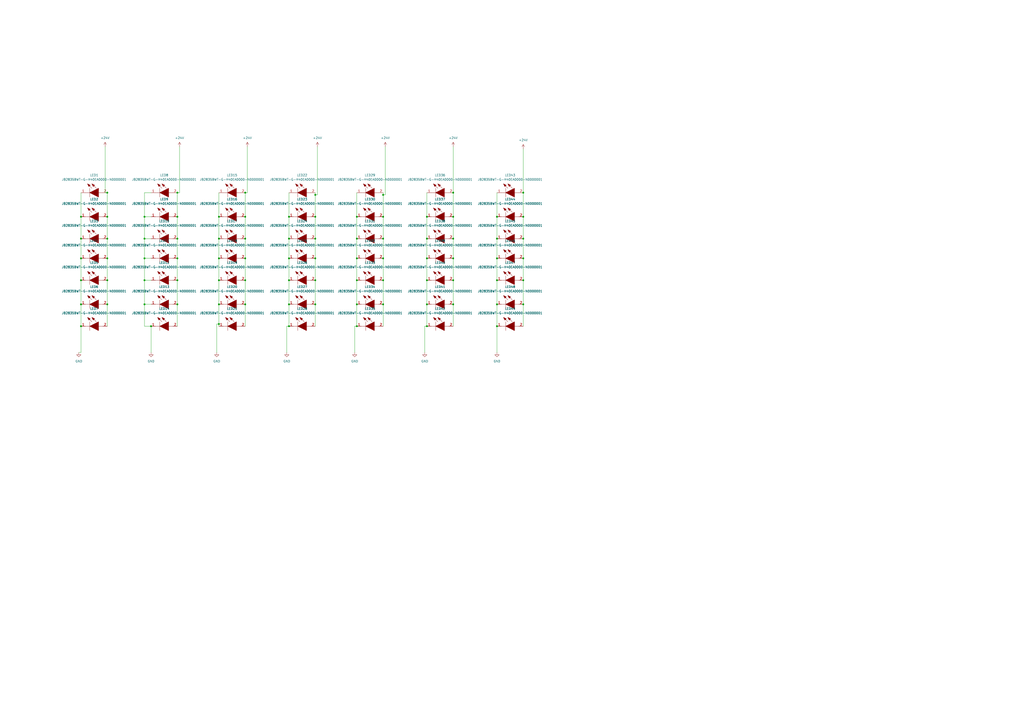
<source format=kicad_sch>
(kicad_sch (version 20211123) (generator eeschema)
  (paper "A2")
  (junction (at 46.99 125.73))
  (junction (at 247.65 138.43))
  (junction (at 182.88 176.53))
  (junction (at 288.29 176.53))
  (junction (at 207.01 149.86))
  (junction (at 207.01 138.43))
  (junction (at 127 162.56))
  (junction (at 182.88 113.03))
  (junction (at 247.65 162.56))
  (junction (at 142.24 111.76))
  (junction (at 182.88 149.86))
  (junction (at 207.01 176.53))
  (junction (at 247.65 189.23))
  (junction (at 102.87 125.73))
  (junction (at 182.88 162.56))
  (junction (at 83.82 138.43))
  (junction (at 247.65 176.53))
  (junction (at 142.24 138.43))
  (junction (at 303.53 149.86))
  (junction (at 142.24 149.86))
  (junction (at 127 149.86))
  (junction (at 222.25 162.56))
  (junction (at 207.01 189.23))
  (junction (at 142.24 162.56))
  (junction (at 288.29 149.86))
  (junction (at 262.89 149.86))
  (junction (at 182.88 138.43))
  (junction (at 247.65 149.86))
  (junction (at 62.23 138.43))
  (junction (at 46.99 162.56))
  (junction (at 222.25 149.86))
  (junction (at 262.89 138.43))
  (junction (at 102.87 111.76))
  (junction (at 303.53 111.76))
  (junction (at 167.64 176.53))
  (junction (at 127 176.53))
  (junction (at 303.53 176.53))
  (junction (at 167.64 149.86))
  (junction (at 262.89 162.56))
  (junction (at 288.29 162.56))
  (junction (at 167.64 162.56))
  (junction (at 127 138.43))
  (junction (at 83.82 125.73))
  (junction (at 262.89 111.76))
  (junction (at 167.64 138.43))
  (junction (at 288.29 138.43))
  (junction (at 46.99 138.43))
  (junction (at 83.82 149.86))
  (junction (at 167.64 125.73))
  (junction (at 207.01 125.73))
  (junction (at 62.23 149.86))
  (junction (at 207.01 162.56))
  (junction (at 62.23 125.73))
  (junction (at 46.99 176.53))
  (junction (at 262.89 176.53))
  (junction (at 247.65 125.73))
  (junction (at 303.53 125.73))
  (junction (at 62.23 162.56))
  (junction (at 182.88 125.73))
  (junction (at 127 187.96))
  (junction (at 222.25 125.73))
  (junction (at 142.24 125.73))
  (junction (at 102.87 138.43))
  (junction (at 46.99 189.23))
  (junction (at 288.29 125.73))
  (junction (at 222.25 176.53))
  (junction (at 222.25 138.43))
  (junction (at 303.53 162.56))
  (junction (at 288.29 189.23))
  (junction (at 102.87 149.86))
  (junction (at 46.99 149.86))
  (junction (at 87.63 189.23))
  (junction (at 62.23 176.53))
  (junction (at 83.82 176.53))
  (junction (at 62.23 111.76))
  (junction (at 102.87 162.56))
  (junction (at 142.24 176.53))
  (junction (at 167.64 189.23))
  (junction (at 83.82 162.56))
  (junction (at 303.53 138.43))
  (junction (at 102.87 176.53))
  (junction (at 127 125.73))
  (junction (at 262.89 125.73))
  (junction (at 222.25 113.03))
  (wire (pts (xy 104.14 111.76) (xy 102.87 111.76)))
  (wire (pts (xy 83.82 162.56) (xy 87.63 162.56)))
  (wire (pts (xy 142.24 162.56) (xy 142.24 176.53)))
  (wire (pts (xy 167.64 189.23) (xy 166.37 189.23)))
  (wire (pts (xy 167.64 176.53) (xy 167.64 189.23)))
  (wire (pts (xy 127 138.43) (xy 127 149.86)))
  (wire (pts (xy 182.88 111.76) (xy 182.88 113.03)))
  (wire (pts (xy 247.65 149.86) (xy 247.65 162.56)))
  (wire (pts (xy 102.87 125.73) (xy 102.87 138.43)))
  (wire (pts (xy 83.82 111.76) (xy 87.63 111.76)))
  (wire (pts (xy 62.23 149.86) (xy 62.23 162.56)))
  (wire (pts (xy 223.52 113.03) (xy 222.25 113.03)))
  (wire (pts (xy 262.89 162.56) (xy 262.89 176.53)))
  (wire (pts (xy 127 187.96) (xy 125.73 187.96)))
  (wire (pts (xy 83.82 138.43) (xy 87.63 138.43)))
  (wire (pts (xy 102.87 138.43) (xy 102.87 149.86)))
  (wire (pts (xy 127 187.96) (xy 127 189.23)))
  (wire (pts (xy 102.87 176.53) (xy 102.87 189.23)))
  (wire (pts (xy 45.72 204.47) (xy 46.99 204.47)))
  (wire (pts (xy 288.29 176.53) (xy 288.29 189.23)))
  (wire (pts (xy 207.01 125.73) (xy 207.01 138.43)))
  (wire (pts (xy 167.64 111.76) (xy 167.64 125.73)))
  (wire (pts (xy 46.99 162.56) (xy 46.99 176.53)))
  (wire (pts (xy 83.82 176.53) (xy 87.63 176.53)))
  (wire (pts (xy 167.64 138.43) (xy 167.64 149.86)))
  (wire (pts (xy 222.25 113.03) (xy 222.25 125.73)))
  (wire (pts (xy 222.25 125.73) (xy 222.25 138.43)))
  (wire (pts (xy 143.51 85.09) (xy 143.51 111.76)))
  (wire (pts (xy 62.23 111.76) (xy 62.23 125.73)))
  (wire (pts (xy 87.63 189.23) (xy 87.63 204.47)))
  (wire (pts (xy 222.25 176.53) (xy 222.25 189.23)))
  (wire (pts (xy 127 149.86) (xy 127 162.56)))
  (wire (pts (xy 62.23 162.56) (xy 62.23 176.53)))
  (wire (pts (xy 207.01 162.56) (xy 207.01 176.53)))
  (wire (pts (xy 182.88 162.56) (xy 182.88 176.53)))
  (wire (pts (xy 182.88 113.03) (xy 182.88 125.73)))
  (wire (pts (xy 182.88 125.73) (xy 182.88 138.43)))
  (wire (pts (xy 262.89 176.53) (xy 262.89 189.23)))
  (wire (pts (xy 102.87 162.56) (xy 102.87 176.53)))
  (wire (pts (xy 207.01 138.43) (xy 207.01 149.86)))
  (wire (pts (xy 127 162.56) (xy 127 176.53)))
  (wire (pts (xy 288.29 149.86) (xy 288.29 162.56)))
  (wire (pts (xy 288.29 138.43) (xy 288.29 149.86)))
  (wire (pts (xy 142.24 111.76) (xy 142.24 125.73)))
  (wire (pts (xy 288.29 162.56) (xy 288.29 176.53)))
  (wire (pts (xy 62.23 125.73) (xy 62.23 138.43)))
  (wire (pts (xy 246.38 189.23) (xy 246.38 204.47)))
  (wire (pts (xy 207.01 111.76) (xy 207.01 125.73)))
  (wire (pts (xy 222.25 138.43) (xy 222.25 149.86)))
  (wire (pts (xy 182.88 176.53) (xy 182.88 189.23)))
  (wire (pts (xy 207.01 189.23) (xy 205.74 189.23)))
  (wire (pts (xy 207.01 176.53) (xy 207.01 189.23)))
  (wire (pts (xy 142.24 176.53) (xy 142.24 189.23)))
  (wire (pts (xy 262.89 125.73) (xy 262.89 138.43)))
  (wire (pts (xy 288.29 111.76) (xy 288.29 125.73)))
  (wire (pts (xy 83.82 138.43) (xy 83.82 149.86)))
  (wire (pts (xy 184.15 85.09) (xy 184.15 113.03)))
  (wire (pts (xy 222.25 162.56) (xy 222.25 176.53)))
  (wire (pts (xy 102.87 149.86) (xy 102.87 162.56)))
  (wire (pts (xy 247.65 189.23) (xy 246.38 189.23)))
  (wire (pts (xy 127 176.53) (xy 127 187.96)))
  (wire (pts (xy 46.99 111.76) (xy 46.99 125.73)))
  (wire (pts (xy 83.82 125.73) (xy 87.63 125.73)))
  (wire (pts (xy 247.65 111.76) (xy 247.65 125.73)))
  (wire (pts (xy 222.25 111.76) (xy 222.25 113.03)))
  (wire (pts (xy 167.64 149.86) (xy 167.64 162.56)))
  (wire (pts (xy 207.01 149.86) (xy 207.01 162.56)))
  (wire (pts (xy 288.29 125.73) (xy 288.29 138.43)))
  (wire (pts (xy 303.53 125.73) (xy 303.53 138.43)))
  (wire (pts (xy 83.82 162.56) (xy 83.82 176.53)))
  (wire (pts (xy 62.23 138.43) (xy 62.23 149.86)))
  (wire (pts (xy 46.99 125.73) (xy 46.99 138.43)))
  (wire (pts (xy 303.53 86.36) (xy 303.53 111.76)))
  (wire (pts (xy 303.53 176.53) (xy 303.53 189.23)))
  (wire (pts (xy 125.73 187.96) (xy 125.73 204.47)))
  (wire (pts (xy 247.65 176.53) (xy 247.65 189.23)))
  (wire (pts (xy 288.29 189.23) (xy 288.29 204.47)))
  (wire (pts (xy 142.24 125.73) (xy 142.24 138.43)))
  (wire (pts (xy 142.24 138.43) (xy 142.24 149.86)))
  (wire (pts (xy 46.99 189.23) (xy 46.99 204.47)))
  (wire (pts (xy 262.89 149.86) (xy 262.89 162.56)))
  (wire (pts (xy 60.96 111.76) (xy 62.23 111.76)))
  (wire (pts (xy 223.52 85.09) (xy 223.52 113.03)))
  (wire (pts (xy 127 111.76) (xy 127 125.73)))
  (wire (pts (xy 167.64 162.56) (xy 167.64 176.53)))
  (wire (pts (xy 142.24 149.86) (xy 142.24 162.56)))
  (wire (pts (xy 262.89 85.09) (xy 262.89 111.76)))
  (wire (pts (xy 46.99 138.43) (xy 46.99 149.86)))
  (wire (pts (xy 303.53 111.76) (xy 303.53 125.73)))
  (wire (pts (xy 247.65 138.43) (xy 247.65 149.86)))
  (wire (pts (xy 104.14 85.09) (xy 104.14 111.76)))
  (wire (pts (xy 222.25 149.86) (xy 222.25 162.56)))
  (wire (pts (xy 166.37 189.23) (xy 166.37 204.47)))
  (wire (pts (xy 182.88 138.43) (xy 182.88 149.86)))
  (wire (pts (xy 247.65 162.56) (xy 247.65 176.53)))
  (wire (pts (xy 303.53 138.43) (xy 303.53 149.86)))
  (wire (pts (xy 62.23 176.53) (xy 62.23 189.23)))
  (wire (pts (xy 247.65 125.73) (xy 247.65 138.43)))
  (wire (pts (xy 182.88 149.86) (xy 182.88 162.56)))
  (wire (pts (xy 303.53 149.86) (xy 303.53 162.56)))
  (wire (pts (xy 83.82 189.23) (xy 87.63 189.23)))
  (wire (pts (xy 83.82 125.73) (xy 83.82 138.43)))
  (wire (pts (xy 262.89 138.43) (xy 262.89 149.86)))
  (wire (pts (xy 167.64 125.73) (xy 167.64 138.43)))
  (wire (pts (xy 262.89 111.76) (xy 262.89 125.73)))
  (wire (pts (xy 184.15 113.03) (xy 182.88 113.03)))
  (wire (pts (xy 60.96 85.09) (xy 60.96 111.76)))
  (wire (pts (xy 46.99 176.53) (xy 46.99 189.23)))
  (wire (pts (xy 46.99 149.86) (xy 46.99 162.56)))
  (wire (pts (xy 143.51 111.76) (xy 142.24 111.76)))
  (wire (pts (xy 83.82 149.86) (xy 83.82 162.56)))
  (wire (pts (xy 102.87 111.76) (xy 102.87 125.73)))
  (wire (pts (xy 303.53 162.56) (xy 303.53 176.53)))
  (wire (pts (xy 83.82 176.53) (xy 83.82 189.23)))
  (wire (pts (xy 83.82 149.86) (xy 87.63 149.86)))
  (wire (pts (xy 127 125.73) (xy 127 138.43)))
  (wire (pts (xy 83.82 111.76) (xy 83.82 125.73)))
  (wire (pts (xy 205.74 189.23) (xy 205.74 204.47)))
  (symbol (lib_id "2835 LED SMD:JB2835BWT-G-H40EA0000-N0000001") (at 167.64 162.56 0) (unit 1)
    (property "Reference" "LED26" (at 175.26 152.4 0))
    (property "Value" "JB2835BWT-G-H40EA0000-N0000001" (at 175.26 154.94 0))
    (property "Footprint" "2835-library:JB2835BWTGH40EA0000N0000001" (effects hide))
    (property "Description" "JB2835BWT-G-H40EA0000-N0000001" (effects hide))
    (property "Height" "0.7" (effects hide))
    (property "Manufacturer_Name" "Cree, Inc." (effects hide))
    (property "Manufacturer_Part_Number" "JB2835BWT-G-H40EA0000-N0000001" (effects hide))
    (property "Mouser Part Number" "941-JB2835BWTGH40EAN" (effects hide))
    (property "Mouser Price/Stock" "https://www.mouser.co.uk/ProductDetail/Cree-Inc/JB2835BWT-G-H40EA0000-N0000001?qs=GedFDFLaBXFuqSWl8S6r5A%3D%3D" (effects hide))
    (property "Arrow Part Number" "JB2835BWT-G-H40EA0000-N0000001" (effects hide))
    (property "Arrow Price/Stock" "https://www.arrow.com/en/products/jb2835bwt-g-h40ea0000-n0000001/cree-led?region=nac" (effects hide))
  )
  (symbol (lib_id "2835 LED SMD:JB2835BWT-G-H40EA0000-N0000001") (at 46.99 111.76 0) (unit 1)
    (property "Reference" "LED1" (at 54.61 101.6 0))
    (property "Value" "JB2835BWT-G-H40EA0000-N0000001" (at 54.61 104.14 0))
    (property "Footprint" "2835-library:JB2835BWTGH40EA0000N0000001" (effects hide))
    (property "Description" "JB2835BWT-G-H40EA0000-N0000001" (effects hide))
    (property "Height" "0.7" (effects hide))
    (property "Manufacturer_Name" "Cree, Inc." (effects hide))
    (property "Manufacturer_Part_Number" "JB2835BWT-G-H40EA0000-N0000001" (effects hide))
    (property "Mouser Part Number" "941-JB2835BWTGH40EAN" (effects hide))
    (property "Mouser Price/Stock" "https://www.mouser.co.uk/ProductDetail/Cree-Inc/JB2835BWT-G-H40EA0000-N0000001?qs=GedFDFLaBXFuqSWl8S6r5A%3D%3D" (effects hide))
    (property "Arrow Part Number" "JB2835BWT-G-H40EA0000-N0000001" (effects hide))
    (property "Arrow Price/Stock" "https://www.arrow.com/en/products/jb2835bwt-g-h40ea0000-n0000001/cree-led?region=nac" (effects hide))
  )
  (symbol (lib_id "2835 LED SMD:JB2835BWT-G-H40EA0000-N0000001") (at 247.65 138.43 0) (unit 1)
    (property "Reference" "LED38" (at 255.27 128.27 0))
    (property "Value" "JB2835BWT-G-H40EA0000-N0000001" (at 255.27 130.81 0))
    (property "Footprint" "2835-library:JB2835BWTGH40EA0000N0000001" (effects hide))
    (property "Description" "JB2835BWT-G-H40EA0000-N0000001" (effects hide))
    (property "Height" "0.7" (effects hide))
    (property "Manufacturer_Name" "Cree, Inc." (effects hide))
    (property "Manufacturer_Part_Number" "JB2835BWT-G-H40EA0000-N0000001" (effects hide))
    (property "Mouser Part Number" "941-JB2835BWTGH40EAN" (effects hide))
    (property "Mouser Price/Stock" "https://www.mouser.co.uk/ProductDetail/Cree-Inc/JB2835BWT-G-H40EA0000-N0000001?qs=GedFDFLaBXFuqSWl8S6r5A%3D%3D" (effects hide))
    (property "Arrow Part Number" "JB2835BWT-G-H40EA0000-N0000001" (effects hide))
    (property "Arrow Price/Stock" "https://www.arrow.com/en/products/jb2835bwt-g-h40ea0000-n0000001/cree-led?region=nac" (effects hide))
  )
  (symbol (lib_id "power:+24V") (at 223.52 85.09 0) (unit 1)
    (property "Reference" "#PWR0104" (effects hide))
    (property "Value" "+24V" (at 223.52 80.01 0))
  )
  (symbol (lib_id "2835 LED SMD:JB2835BWT-G-H40EA0000-N0000001") (at 46.99 125.73 0) (unit 1)
    (property "Reference" "LED2" (at 54.61 115.57 0))
    (property "Value" "JB2835BWT-G-H40EA0000-N0000001" (at 54.61 118.11 0))
    (property "Footprint" "2835-library:JB2835BWTGH40EA0000N0000001" (effects hide))
    (property "Description" "JB2835BWT-G-H40EA0000-N0000001" (effects hide))
    (property "Height" "0.7" (effects hide))
    (property "Manufacturer_Name" "Cree, Inc." (effects hide))
    (property "Manufacturer_Part_Number" "JB2835BWT-G-H40EA0000-N0000001" (effects hide))
    (property "Mouser Part Number" "941-JB2835BWTGH40EAN" (effects hide))
    (property "Mouser Price/Stock" "https://www.mouser.co.uk/ProductDetail/Cree-Inc/JB2835BWT-G-H40EA0000-N0000001?qs=GedFDFLaBXFuqSWl8S6r5A%3D%3D" (effects hide))
    (property "Arrow Part Number" "JB2835BWT-G-H40EA0000-N0000001" (effects hide))
    (property "Arrow Price/Stock" "https://www.arrow.com/en/products/jb2835bwt-g-h40ea0000-n0000001/cree-led?region=nac" (effects hide))
  )
  (symbol (lib_id "power:+24V") (at 184.15 85.09 0) (unit 1)
    (property "Reference" "#PWR0101" (effects hide))
    (property "Value" "+24V" (at 184.15 80.01 0))
  )
  (symbol (lib_id "2835 LED SMD:JB2835BWT-G-H40EA0000-N0000001") (at 127 149.86 0) (unit 1)
    (property "Reference" "LED18" (at 134.62 139.7 0))
    (property "Value" "JB2835BWT-G-H40EA0000-N0000001" (at 134.62 142.24 0))
    (property "Footprint" "2835-library:JB2835BWTGH40EA0000N0000001" (effects hide))
    (property "Description" "JB2835BWT-G-H40EA0000-N0000001" (effects hide))
    (property "Height" "0.7" (effects hide))
    (property "Manufacturer_Name" "Cree, Inc." (effects hide))
    (property "Manufacturer_Part_Number" "JB2835BWT-G-H40EA0000-N0000001" (effects hide))
    (property "Mouser Part Number" "941-JB2835BWTGH40EAN" (effects hide))
    (property "Mouser Price/Stock" "https://www.mouser.co.uk/ProductDetail/Cree-Inc/JB2835BWT-G-H40EA0000-N0000001?qs=GedFDFLaBXFuqSWl8S6r5A%3D%3D" (effects hide))
    (property "Arrow Part Number" "JB2835BWT-G-H40EA0000-N0000001" (effects hide))
    (property "Arrow Price/Stock" "https://www.arrow.com/en/products/jb2835bwt-g-h40ea0000-n0000001/cree-led?region=nac" (effects hide))
  )
  (symbol (lib_id "2835 LED SMD:JB2835BWT-G-H40EA0000-N0000001") (at 207.01 149.86 0) (unit 1)
    (property "Reference" "LED32" (at 214.63 139.7 0))
    (property "Value" "JB2835BWT-G-H40EA0000-N0000001" (at 214.63 142.24 0))
    (property "Footprint" "2835-library:JB2835BWTGH40EA0000N0000001" (effects hide))
    (property "Description" "JB2835BWT-G-H40EA0000-N0000001" (effects hide))
    (property "Height" "0.7" (effects hide))
    (property "Manufacturer_Name" "Cree, Inc." (effects hide))
    (property "Manufacturer_Part_Number" "JB2835BWT-G-H40EA0000-N0000001" (effects hide))
    (property "Mouser Part Number" "941-JB2835BWTGH40EAN" (effects hide))
    (property "Mouser Price/Stock" "https://www.mouser.co.uk/ProductDetail/Cree-Inc/JB2835BWT-G-H40EA0000-N0000001?qs=GedFDFLaBXFuqSWl8S6r5A%3D%3D" (effects hide))
    (property "Arrow Part Number" "JB2835BWT-G-H40EA0000-N0000001" (effects hide))
    (property "Arrow Price/Stock" "https://www.arrow.com/en/products/jb2835bwt-g-h40ea0000-n0000001/cree-led?region=nac" (effects hide))
  )
  (symbol (lib_id "2835 LED SMD:JB2835BWT-G-H40EA0000-N0000001") (at 87.63 125.73 0) (unit 1)
    (property "Reference" "LED9" (at 95.25 115.57 0))
    (property "Value" "JB2835BWT-G-H40EA0000-N0000001" (at 95.25 118.11 0))
    (property "Footprint" "2835-library:JB2835BWTGH40EA0000N0000001" (effects hide))
    (property "Description" "JB2835BWT-G-H40EA0000-N0000001" (effects hide))
    (property "Height" "0.7" (effects hide))
    (property "Manufacturer_Name" "Cree, Inc." (effects hide))
    (property "Manufacturer_Part_Number" "JB2835BWT-G-H40EA0000-N0000001" (effects hide))
    (property "Mouser Part Number" "941-JB2835BWTGH40EAN" (effects hide))
    (property "Mouser Price/Stock" "https://www.mouser.co.uk/ProductDetail/Cree-Inc/JB2835BWT-G-H40EA0000-N0000001?qs=GedFDFLaBXFuqSWl8S6r5A%3D%3D" (effects hide))
    (property "Arrow Part Number" "JB2835BWT-G-H40EA0000-N0000001" (effects hide))
    (property "Arrow Price/Stock" "https://www.arrow.com/en/products/jb2835bwt-g-h40ea0000-n0000001/cree-led?region=nac" (effects hide))
  )
  (symbol (lib_id "2835 LED SMD:JB2835BWT-G-H40EA0000-N0000001") (at 288.29 138.43 0) (unit 1)
    (property "Reference" "LED45" (at 295.91 128.27 0))
    (property "Value" "JB2835BWT-G-H40EA0000-N0000001" (at 295.91 130.81 0))
    (property "Footprint" "2835-library:JB2835BWTGH40EA0000N0000001" (effects hide))
    (property "Description" "JB2835BWT-G-H40EA0000-N0000001" (effects hide))
    (property "Height" "0.7" (effects hide))
    (property "Manufacturer_Name" "Cree, Inc." (effects hide))
    (property "Manufacturer_Part_Number" "JB2835BWT-G-H40EA0000-N0000001" (effects hide))
    (property "Mouser Part Number" "941-JB2835BWTGH40EAN" (effects hide))
    (property "Mouser Price/Stock" "https://www.mouser.co.uk/ProductDetail/Cree-Inc/JB2835BWT-G-H40EA0000-N0000001?qs=GedFDFLaBXFuqSWl8S6r5A%3D%3D" (effects hide))
    (property "Arrow Part Number" "JB2835BWT-G-H40EA0000-N0000001" (effects hide))
    (property "Arrow Price/Stock" "https://www.arrow.com/en/products/jb2835bwt-g-h40ea0000-n0000001/cree-led?region=nac" (effects hide))
  )
  (symbol (lib_id "2835 LED SMD:JB2835BWT-G-H40EA0000-N0000001") (at 207.01 125.73 0) (unit 1)
    (property "Reference" "LED30" (at 214.63 115.57 0))
    (property "Value" "JB2835BWT-G-H40EA0000-N0000001" (at 214.63 118.11 0))
    (property "Footprint" "2835-library:JB2835BWTGH40EA0000N0000001" (effects hide))
    (property "Description" "JB2835BWT-G-H40EA0000-N0000001" (effects hide))
    (property "Height" "0.7" (effects hide))
    (property "Manufacturer_Name" "Cree, Inc." (effects hide))
    (property "Manufacturer_Part_Number" "JB2835BWT-G-H40EA0000-N0000001" (effects hide))
    (property "Mouser Part Number" "941-JB2835BWTGH40EAN" (effects hide))
    (property "Mouser Price/Stock" "https://www.mouser.co.uk/ProductDetail/Cree-Inc/JB2835BWT-G-H40EA0000-N0000001?qs=GedFDFLaBXFuqSWl8S6r5A%3D%3D" (effects hide))
    (property "Arrow Part Number" "JB2835BWT-G-H40EA0000-N0000001" (effects hide))
    (property "Arrow Price/Stock" "https://www.arrow.com/en/products/jb2835bwt-g-h40ea0000-n0000001/cree-led?region=nac" (effects hide))
  )
  (symbol (lib_id "2835 LED SMD:JB2835BWT-G-H40EA0000-N0000001") (at 87.63 189.23 0) (unit 1)
    (property "Reference" "LED14" (at 95.25 179.07 0))
    (property "Value" "JB2835BWT-G-H40EA0000-N0000001" (at 95.25 181.61 0))
    (property "Footprint" "2835-library:JB2835BWTGH40EA0000N0000001" (effects hide))
    (property "Description" "JB2835BWT-G-H40EA0000-N0000001" (effects hide))
    (property "Height" "0.7" (effects hide))
    (property "Manufacturer_Name" "Cree, Inc." (effects hide))
    (property "Manufacturer_Part_Number" "JB2835BWT-G-H40EA0000-N0000001" (effects hide))
    (property "Mouser Part Number" "941-JB2835BWTGH40EAN" (effects hide))
    (property "Mouser Price/Stock" "https://www.mouser.co.uk/ProductDetail/Cree-Inc/JB2835BWT-G-H40EA0000-N0000001?qs=GedFDFLaBXFuqSWl8S6r5A%3D%3D" (effects hide))
    (property "Arrow Part Number" "JB2835BWT-G-H40EA0000-N0000001" (effects hide))
    (property "Arrow Price/Stock" "https://www.arrow.com/en/products/jb2835bwt-g-h40ea0000-n0000001/cree-led?region=nac" (effects hide))
  )
  (symbol (lib_id "2835 LED SMD:JB2835BWT-G-H40EA0000-N0000001") (at 288.29 189.23 0) (unit 1)
    (property "Reference" "LED49" (at 295.91 179.07 0))
    (property "Value" "JB2835BWT-G-H40EA0000-N0000001" (at 295.91 181.61 0))
    (property "Footprint" "2835-library:JB2835BWTGH40EA0000N0000001" (effects hide))
    (property "Description" "JB2835BWT-G-H40EA0000-N0000001" (effects hide))
    (property "Height" "0.7" (effects hide))
    (property "Manufacturer_Name" "Cree, Inc." (effects hide))
    (property "Manufacturer_Part_Number" "JB2835BWT-G-H40EA0000-N0000001" (effects hide))
    (property "Mouser Part Number" "941-JB2835BWTGH40EAN" (effects hide))
    (property "Mouser Price/Stock" "https://www.mouser.co.uk/ProductDetail/Cree-Inc/JB2835BWT-G-H40EA0000-N0000001?qs=GedFDFLaBXFuqSWl8S6r5A%3D%3D" (effects hide))
    (property "Arrow Part Number" "JB2835BWT-G-H40EA0000-N0000001" (effects hide))
    (property "Arrow Price/Stock" "https://www.arrow.com/en/products/jb2835bwt-g-h40ea0000-n0000001/cree-led?region=nac" (effects hide))
  )
  (symbol (lib_id "2835 LED SMD:JB2835BWT-G-H40EA0000-N0000001") (at 87.63 162.56 0) (unit 1)
    (property "Reference" "LED12" (at 95.25 152.4 0))
    (property "Value" "JB2835BWT-G-H40EA0000-N0000001" (at 95.25 154.94 0))
    (property "Footprint" "2835-library:JB2835BWTGH40EA0000N0000001" (effects hide))
    (property "Description" "JB2835BWT-G-H40EA0000-N0000001" (effects hide))
    (property "Height" "0.7" (effects hide))
    (property "Manufacturer_Name" "Cree, Inc." (effects hide))
    (property "Manufacturer_Part_Number" "JB2835BWT-G-H40EA0000-N0000001" (effects hide))
    (property "Mouser Part Number" "941-JB2835BWTGH40EAN" (effects hide))
    (property "Mouser Price/Stock" "https://www.mouser.co.uk/ProductDetail/Cree-Inc/JB2835BWT-G-H40EA0000-N0000001?qs=GedFDFLaBXFuqSWl8S6r5A%3D%3D" (effects hide))
    (property "Arrow Part Number" "JB2835BWT-G-H40EA0000-N0000001" (effects hide))
    (property "Arrow Price/Stock" "https://www.arrow.com/en/products/jb2835bwt-g-h40ea0000-n0000001/cree-led?region=nac" (effects hide))
  )
  (symbol (lib_id "2835 LED SMD:JB2835BWT-G-H40EA0000-N0000001") (at 127 176.53 0) (unit 1)
    (property "Reference" "LED20" (at 134.62 166.37 0))
    (property "Value" "JB2835BWT-G-H40EA0000-N0000001" (at 134.62 168.91 0))
    (property "Footprint" "2835-library:JB2835BWTGH40EA0000N0000001" (effects hide))
    (property "Description" "JB2835BWT-G-H40EA0000-N0000001" (effects hide))
    (property "Height" "0.7" (effects hide))
    (property "Manufacturer_Name" "Cree, Inc." (effects hide))
    (property "Manufacturer_Part_Number" "JB2835BWT-G-H40EA0000-N0000001" (effects hide))
    (property "Mouser Part Number" "941-JB2835BWTGH40EAN" (effects hide))
    (property "Mouser Price/Stock" "https://www.mouser.co.uk/ProductDetail/Cree-Inc/JB2835BWT-G-H40EA0000-N0000001?qs=GedFDFLaBXFuqSWl8S6r5A%3D%3D" (effects hide))
    (property "Arrow Part Number" "JB2835BWT-G-H40EA0000-N0000001" (effects hide))
    (property "Arrow Price/Stock" "https://www.arrow.com/en/products/jb2835bwt-g-h40ea0000-n0000001/cree-led?region=nac" (effects hide))
  )
  (symbol (lib_id "2835 LED SMD:JB2835BWT-G-H40EA0000-N0000001") (at 207.01 189.23 0) (unit 1)
    (property "Reference" "LED35" (at 214.63 179.07 0))
    (property "Value" "JB2835BWT-G-H40EA0000-N0000001" (at 214.63 181.61 0))
    (property "Footprint" "2835-library:JB2835BWTGH40EA0000N0000001" (effects hide))
    (property "Description" "JB2835BWT-G-H40EA0000-N0000001" (effects hide))
    (property "Height" "0.7" (effects hide))
    (property "Manufacturer_Name" "Cree, Inc." (effects hide))
    (property "Manufacturer_Part_Number" "JB2835BWT-G-H40EA0000-N0000001" (effects hide))
    (property "Mouser Part Number" "941-JB2835BWTGH40EAN" (effects hide))
    (property "Mouser Price/Stock" "https://www.mouser.co.uk/ProductDetail/Cree-Inc/JB2835BWT-G-H40EA0000-N0000001?qs=GedFDFLaBXFuqSWl8S6r5A%3D%3D" (effects hide))
    (property "Arrow Part Number" "JB2835BWT-G-H40EA0000-N0000001" (effects hide))
    (property "Arrow Price/Stock" "https://www.arrow.com/en/products/jb2835bwt-g-h40ea0000-n0000001/cree-led?region=nac" (effects hide))
  )
  (symbol (lib_id "2835 LED SMD:JB2835BWT-G-H40EA0000-N0000001") (at 46.99 162.56 0) (unit 1)
    (property "Reference" "LED5" (at 54.61 152.4 0))
    (property "Value" "JB2835BWT-G-H40EA0000-N0000001" (at 54.61 154.94 0))
    (property "Footprint" "2835-library:JB2835BWTGH40EA0000N0000001" (effects hide))
    (property "Description" "JB2835BWT-G-H40EA0000-N0000001" (effects hide))
    (property "Height" "0.7" (effects hide))
    (property "Manufacturer_Name" "Cree, Inc." (effects hide))
    (property "Manufacturer_Part_Number" "JB2835BWT-G-H40EA0000-N0000001" (effects hide))
    (property "Mouser Part Number" "941-JB2835BWTGH40EAN" (effects hide))
    (property "Mouser Price/Stock" "https://www.mouser.co.uk/ProductDetail/Cree-Inc/JB2835BWT-G-H40EA0000-N0000001?qs=GedFDFLaBXFuqSWl8S6r5A%3D%3D" (effects hide))
    (property "Arrow Part Number" "JB2835BWT-G-H40EA0000-N0000001" (effects hide))
    (property "Arrow Price/Stock" "https://www.arrow.com/en/products/jb2835bwt-g-h40ea0000-n0000001/cree-led?region=nac" (effects hide))
  )
  (symbol (lib_id "2835 LED SMD:JB2835BWT-G-H40EA0000-N0000001") (at 167.64 138.43 0) (unit 1)
    (property "Reference" "LED24" (at 175.26 128.27 0))
    (property "Value" "JB2835BWT-G-H40EA0000-N0000001" (at 175.26 130.81 0))
    (property "Footprint" "2835-library:JB2835BWTGH40EA0000N0000001" (effects hide))
    (property "Description" "JB2835BWT-G-H40EA0000-N0000001" (effects hide))
    (property "Height" "0.7" (effects hide))
    (property "Manufacturer_Name" "Cree, Inc." (effects hide))
    (property "Manufacturer_Part_Number" "JB2835BWT-G-H40EA0000-N0000001" (effects hide))
    (property "Mouser Part Number" "941-JB2835BWTGH40EAN" (effects hide))
    (property "Mouser Price/Stock" "https://www.mouser.co.uk/ProductDetail/Cree-Inc/JB2835BWT-G-H40EA0000-N0000001?qs=GedFDFLaBXFuqSWl8S6r5A%3D%3D" (effects hide))
    (property "Arrow Part Number" "JB2835BWT-G-H40EA0000-N0000001" (effects hide))
    (property "Arrow Price/Stock" "https://www.arrow.com/en/products/jb2835bwt-g-h40ea0000-n0000001/cree-led?region=nac" (effects hide))
  )
  (symbol (lib_id "2835 LED SMD:JB2835BWT-G-H40EA0000-N0000001") (at 127 125.73 0) (unit 1)
    (property "Reference" "LED16" (at 134.62 115.57 0))
    (property "Value" "JB2835BWT-G-H40EA0000-N0000001" (at 134.62 118.11 0))
    (property "Footprint" "2835-library:JB2835BWTGH40EA0000N0000001" (effects hide))
    (property "Description" "JB2835BWT-G-H40EA0000-N0000001" (effects hide))
    (property "Height" "0.7" (effects hide))
    (property "Manufacturer_Name" "Cree, Inc." (effects hide))
    (property "Manufacturer_Part_Number" "JB2835BWT-G-H40EA0000-N0000001" (effects hide))
    (property "Mouser Part Number" "941-JB2835BWTGH40EAN" (effects hide))
    (property "Mouser Price/Stock" "https://www.mouser.co.uk/ProductDetail/Cree-Inc/JB2835BWT-G-H40EA0000-N0000001?qs=GedFDFLaBXFuqSWl8S6r5A%3D%3D" (effects hide))
    (property "Arrow Part Number" "JB2835BWT-G-H40EA0000-N0000001" (effects hide))
    (property "Arrow Price/Stock" "https://www.arrow.com/en/products/jb2835bwt-g-h40ea0000-n0000001/cree-led?region=nac" (effects hide))
  )
  (symbol (lib_id "2835 LED SMD:JB2835BWT-G-H40EA0000-N0000001") (at 167.64 149.86 0) (unit 1)
    (property "Reference" "LED25" (at 175.26 139.7 0))
    (property "Value" "JB2835BWT-G-H40EA0000-N0000001" (at 175.26 142.24 0))
    (property "Footprint" "2835-library:JB2835BWTGH40EA0000N0000001" (effects hide))
    (property "Description" "JB2835BWT-G-H40EA0000-N0000001" (effects hide))
    (property "Height" "0.7" (effects hide))
    (property "Manufacturer_Name" "Cree, Inc." (effects hide))
    (property "Manufacturer_Part_Number" "JB2835BWT-G-H40EA0000-N0000001" (effects hide))
    (property "Mouser Part Number" "941-JB2835BWTGH40EAN" (effects hide))
    (property "Mouser Price/Stock" "https://www.mouser.co.uk/ProductDetail/Cree-Inc/JB2835BWT-G-H40EA0000-N0000001?qs=GedFDFLaBXFuqSWl8S6r5A%3D%3D" (effects hide))
    (property "Arrow Part Number" "JB2835BWT-G-H40EA0000-N0000001" (effects hide))
    (property "Arrow Price/Stock" "https://www.arrow.com/en/products/jb2835bwt-g-h40ea0000-n0000001/cree-led?region=nac" (effects hide))
  )
  (symbol (lib_id "2835 LED SMD:JB2835BWT-G-H40EA0000-N0000001") (at 46.99 176.53 0) (unit 1)
    (property "Reference" "LED6" (at 54.61 166.37 0))
    (property "Value" "JB2835BWT-G-H40EA0000-N0000001" (at 54.61 168.91 0))
    (property "Footprint" "2835-library:JB2835BWTGH40EA0000N0000001" (effects hide))
    (property "Description" "JB2835BWT-G-H40EA0000-N0000001" (effects hide))
    (property "Height" "0.7" (effects hide))
    (property "Manufacturer_Name" "Cree, Inc." (effects hide))
    (property "Manufacturer_Part_Number" "JB2835BWT-G-H40EA0000-N0000001" (effects hide))
    (property "Mouser Part Number" "941-JB2835BWTGH40EAN" (effects hide))
    (property "Mouser Price/Stock" "https://www.mouser.co.uk/ProductDetail/Cree-Inc/JB2835BWT-G-H40EA0000-N0000001?qs=GedFDFLaBXFuqSWl8S6r5A%3D%3D" (effects hide))
    (property "Arrow Part Number" "JB2835BWT-G-H40EA0000-N0000001" (effects hide))
    (property "Arrow Price/Stock" "https://www.arrow.com/en/products/jb2835bwt-g-h40ea0000-n0000001/cree-led?region=nac" (effects hide))
  )
  (symbol (lib_id "2835 LED SMD:JB2835BWT-G-H40EA0000-N0000001") (at 247.65 111.76 0) (unit 1)
    (property "Reference" "LED36" (at 255.27 101.6 0))
    (property "Value" "JB2835BWT-G-H40EA0000-N0000001" (at 255.27 104.14 0))
    (property "Footprint" "2835-library:JB2835BWTGH40EA0000N0000001" (effects hide))
    (property "Description" "JB2835BWT-G-H40EA0000-N0000001" (effects hide))
    (property "Height" "0.7" (effects hide))
    (property "Manufacturer_Name" "Cree, Inc." (effects hide))
    (property "Manufacturer_Part_Number" "JB2835BWT-G-H40EA0000-N0000001" (effects hide))
    (property "Mouser Part Number" "941-JB2835BWTGH40EAN" (effects hide))
    (property "Mouser Price/Stock" "https://www.mouser.co.uk/ProductDetail/Cree-Inc/JB2835BWT-G-H40EA0000-N0000001?qs=GedFDFLaBXFuqSWl8S6r5A%3D%3D" (effects hide))
    (property "Arrow Part Number" "JB2835BWT-G-H40EA0000-N0000001" (effects hide))
    (property "Arrow Price/Stock" "https://www.arrow.com/en/products/jb2835bwt-g-h40ea0000-n0000001/cree-led?region=nac" (effects hide))
  )
  (symbol (lib_id "2835 LED SMD:JB2835BWT-G-H40EA0000-N0000001") (at 167.64 125.73 0) (unit 1)
    (property "Reference" "LED23" (at 175.26 115.57 0))
    (property "Value" "JB2835BWT-G-H40EA0000-N0000001" (at 175.26 118.11 0))
    (property "Footprint" "2835-library:JB2835BWTGH40EA0000N0000001" (effects hide))
    (property "Description" "JB2835BWT-G-H40EA0000-N0000001" (effects hide))
    (property "Height" "0.7" (effects hide))
    (property "Manufacturer_Name" "Cree, Inc." (effects hide))
    (property "Manufacturer_Part_Number" "JB2835BWT-G-H40EA0000-N0000001" (effects hide))
    (property "Mouser Part Number" "941-JB2835BWTGH40EAN" (effects hide))
    (property "Mouser Price/Stock" "https://www.mouser.co.uk/ProductDetail/Cree-Inc/JB2835BWT-G-H40EA0000-N0000001?qs=GedFDFLaBXFuqSWl8S6r5A%3D%3D" (effects hide))
    (property "Arrow Part Number" "JB2835BWT-G-H40EA0000-N0000001" (effects hide))
    (property "Arrow Price/Stock" "https://www.arrow.com/en/products/jb2835bwt-g-h40ea0000-n0000001/cree-led?region=nac" (effects hide))
  )
  (symbol (lib_id "2835 LED SMD:JB2835BWT-G-H40EA0000-N0000001") (at 87.63 111.76 0) (unit 1)
    (property "Reference" "LED8" (at 95.25 101.6 0))
    (property "Value" "JB2835BWT-G-H40EA0000-N0000001" (at 95.25 104.14 0))
    (property "Footprint" "2835-library:JB2835BWTGH40EA0000N0000001" (effects hide))
    (property "Description" "JB2835BWT-G-H40EA0000-N0000001" (effects hide))
    (property "Height" "0.7" (effects hide))
    (property "Manufacturer_Name" "Cree, Inc." (effects hide))
    (property "Manufacturer_Part_Number" "JB2835BWT-G-H40EA0000-N0000001" (effects hide))
    (property "Mouser Part Number" "941-JB2835BWTGH40EAN" (effects hide))
    (property "Mouser Price/Stock" "https://www.mouser.co.uk/ProductDetail/Cree-Inc/JB2835BWT-G-H40EA0000-N0000001?qs=GedFDFLaBXFuqSWl8S6r5A%3D%3D" (effects hide))
    (property "Arrow Part Number" "JB2835BWT-G-H40EA0000-N0000001" (effects hide))
    (property "Arrow Price/Stock" "https://www.arrow.com/en/products/jb2835bwt-g-h40ea0000-n0000001/cree-led?region=nac" (effects hide))
  )
  (symbol (lib_id "2835 LED SMD:JB2835BWT-G-H40EA0000-N0000001") (at 167.64 111.76 0) (unit 1)
    (property "Reference" "LED22" (at 175.26 101.6 0))
    (property "Value" "JB2835BWT-G-H40EA0000-N0000001" (at 175.26 104.14 0))
    (property "Footprint" "2835-library:JB2835BWTGH40EA0000N0000001" (effects hide))
    (property "Description" "JB2835BWT-G-H40EA0000-N0000001" (effects hide))
    (property "Height" "0.7" (effects hide))
    (property "Manufacturer_Name" "Cree, Inc." (effects hide))
    (property "Manufacturer_Part_Number" "JB2835BWT-G-H40EA0000-N0000001" (effects hide))
    (property "Mouser Part Number" "941-JB2835BWTGH40EAN" (effects hide))
    (property "Mouser Price/Stock" "https://www.mouser.co.uk/ProductDetail/Cree-Inc/JB2835BWT-G-H40EA0000-N0000001?qs=GedFDFLaBXFuqSWl8S6r5A%3D%3D" (effects hide))
    (property "Arrow Part Number" "JB2835BWT-G-H40EA0000-N0000001" (effects hide))
    (property "Arrow Price/Stock" "https://www.arrow.com/en/products/jb2835bwt-g-h40ea0000-n0000001/cree-led?region=nac" (effects hide))
  )
  (symbol (lib_id "2835 LED SMD:JB2835BWT-G-H40EA0000-N0000001") (at 127 162.56 0) (unit 1)
    (property "Reference" "LED19" (at 134.62 152.4 0))
    (property "Value" "JB2835BWT-G-H40EA0000-N0000001" (at 134.62 154.94 0))
    (property "Footprint" "2835-library:JB2835BWTGH40EA0000N0000001" (effects hide))
    (property "Description" "JB2835BWT-G-H40EA0000-N0000001" (effects hide))
    (property "Height" "0.7" (effects hide))
    (property "Manufacturer_Name" "Cree, Inc." (effects hide))
    (property "Manufacturer_Part_Number" "JB2835BWT-G-H40EA0000-N0000001" (effects hide))
    (property "Mouser Part Number" "941-JB2835BWTGH40EAN" (effects hide))
    (property "Mouser Price/Stock" "https://www.mouser.co.uk/ProductDetail/Cree-Inc/JB2835BWT-G-H40EA0000-N0000001?qs=GedFDFLaBXFuqSWl8S6r5A%3D%3D" (effects hide))
    (property "Arrow Part Number" "JB2835BWT-G-H40EA0000-N0000001" (effects hide))
    (property "Arrow Price/Stock" "https://www.arrow.com/en/products/jb2835bwt-g-h40ea0000-n0000001/cree-led?region=nac" (effects hide))
  )
  (symbol (lib_id "2835 LED SMD:JB2835BWT-G-H40EA0000-N0000001") (at 87.63 138.43 0) (unit 1)
    (property "Reference" "LED10" (at 95.25 128.27 0))
    (property "Value" "JB2835BWT-G-H40EA0000-N0000001" (at 95.25 130.81 0))
    (property "Footprint" "2835-library:JB2835BWTGH40EA0000N0000001" (effects hide))
    (property "Description" "JB2835BWT-G-H40EA0000-N0000001" (effects hide))
    (property "Height" "0.7" (effects hide))
    (property "Manufacturer_Name" "Cree, Inc." (effects hide))
    (property "Manufacturer_Part_Number" "JB2835BWT-G-H40EA0000-N0000001" (effects hide))
    (property "Mouser Part Number" "941-JB2835BWTGH40EAN" (effects hide))
    (property "Mouser Price/Stock" "https://www.mouser.co.uk/ProductDetail/Cree-Inc/JB2835BWT-G-H40EA0000-N0000001?qs=GedFDFLaBXFuqSWl8S6r5A%3D%3D" (effects hide))
    (property "Arrow Part Number" "JB2835BWT-G-H40EA0000-N0000001" (effects hide))
    (property "Arrow Price/Stock" "https://www.arrow.com/en/products/jb2835bwt-g-h40ea0000-n0000001/cree-led?region=nac" (effects hide))
  )
  (symbol (lib_id "power:GND") (at 87.63 204.47 0) (unit 1)
    (property "Reference" "#PWR0106" (effects hide))
    (property "Value" "GND" (at 87.63 209.55 0))
  )
  (symbol (lib_id "power:+24V") (at 262.89 85.09 0) (unit 1)
    (property "Reference" "#PWR0103" (effects hide))
    (property "Value" "+24V" (at 262.89 80.01 0))
  )
  (symbol (lib_id "2835 LED SMD:JB2835BWT-G-H40EA0000-N0000001") (at 127 138.43 0) (unit 1)
    (property "Reference" "LED17" (at 134.62 128.27 0))
    (property "Value" "JB2835BWT-G-H40EA0000-N0000001" (at 134.62 130.81 0))
    (property "Footprint" "2835-library:JB2835BWTGH40EA0000N0000001" (effects hide))
    (property "Description" "JB2835BWT-G-H40EA0000-N0000001" (effects hide))
    (property "Height" "0.7" (effects hide))
    (property "Manufacturer_Name" "Cree, Inc." (effects hide))
    (property "Manufacturer_Part_Number" "JB2835BWT-G-H40EA0000-N0000001" (effects hide))
    (property "Mouser Part Number" "941-JB2835BWTGH40EAN" (effects hide))
    (property "Mouser Price/Stock" "https://www.mouser.co.uk/ProductDetail/Cree-Inc/JB2835BWT-G-H40EA0000-N0000001?qs=GedFDFLaBXFuqSWl8S6r5A%3D%3D" (effects hide))
    (property "Arrow Part Number" "JB2835BWT-G-H40EA0000-N0000001" (effects hide))
    (property "Arrow Price/Stock" "https://www.arrow.com/en/products/jb2835bwt-g-h40ea0000-n0000001/cree-led?region=nac" (effects hide))
  )
  (symbol (lib_id "power:GND") (at 45.72 204.47 0) (unit 1)
    (property "Reference" "#PWR0107" (effects hide))
    (property "Value" "GND" (at 45.72 209.55 0))
  )
  (symbol (lib_id "2835 LED SMD:JB2835BWT-G-H40EA0000-N0000001") (at 288.29 111.76 0) (unit 1)
    (property "Reference" "LED43" (at 295.91 101.6 0))
    (property "Value" "JB2835BWT-G-H40EA0000-N0000001" (at 295.91 104.14 0))
    (property "Footprint" "2835-library:JB2835BWTGH40EA0000N0000001" (effects hide))
    (property "Description" "JB2835BWT-G-H40EA0000-N0000001" (effects hide))
    (property "Height" "0.7" (effects hide))
    (property "Manufacturer_Name" "Cree, Inc." (effects hide))
    (property "Manufacturer_Part_Number" "JB2835BWT-G-H40EA0000-N0000001" (effects hide))
    (property "Mouser Part Number" "941-JB2835BWTGH40EAN" (effects hide))
    (property "Mouser Price/Stock" "https://www.mouser.co.uk/ProductDetail/Cree-Inc/JB2835BWT-G-H40EA0000-N0000001?qs=GedFDFLaBXFuqSWl8S6r5A%3D%3D" (effects hide))
    (property "Arrow Part Number" "JB2835BWT-G-H40EA0000-N0000001" (effects hide))
    (property "Arrow Price/Stock" "https://www.arrow.com/en/products/jb2835bwt-g-h40ea0000-n0000001/cree-led?region=nac" (effects hide))
  )
  (symbol (lib_id "2835 LED SMD:JB2835BWT-G-H40EA0000-N0000001") (at 87.63 176.53 0) (unit 1)
    (property "Reference" "LED13" (at 95.25 166.37 0))
    (property "Value" "JB2835BWT-G-H40EA0000-N0000001" (at 95.25 168.91 0))
    (property "Footprint" "2835-library:JB2835BWTGH40EA0000N0000001" (effects hide))
    (property "Description" "JB2835BWT-G-H40EA0000-N0000001" (effects hide))
    (property "Height" "0.7" (effects hide))
    (property "Manufacturer_Name" "Cree, Inc." (effects hide))
    (property "Manufacturer_Part_Number" "JB2835BWT-G-H40EA0000-N0000001" (effects hide))
    (property "Mouser Part Number" "941-JB2835BWTGH40EAN" (effects hide))
    (property "Mouser Price/Stock" "https://www.mouser.co.uk/ProductDetail/Cree-Inc/JB2835BWT-G-H40EA0000-N0000001?qs=GedFDFLaBXFuqSWl8S6r5A%3D%3D" (effects hide))
    (property "Arrow Part Number" "JB2835BWT-G-H40EA0000-N0000001" (effects hide))
    (property "Arrow Price/Stock" "https://www.arrow.com/en/products/jb2835bwt-g-h40ea0000-n0000001/cree-led?region=nac" (effects hide))
  )
  (symbol (lib_id "2835 LED SMD:JB2835BWT-G-H40EA0000-N0000001") (at 288.29 162.56 0) (unit 1)
    (property "Reference" "LED47" (at 295.91 152.4 0))
    (property "Value" "JB2835BWT-G-H40EA0000-N0000001" (at 295.91 154.94 0))
    (property "Footprint" "2835-library:JB2835BWTGH40EA0000N0000001" (effects hide))
    (property "Description" "JB2835BWT-G-H40EA0000-N0000001" (effects hide))
    (property "Height" "0.7" (effects hide))
    (property "Manufacturer_Name" "Cree, Inc." (effects hide))
    (property "Manufacturer_Part_Number" "JB2835BWT-G-H40EA0000-N0000001" (effects hide))
    (property "Mouser Part Number" "941-JB2835BWTGH40EAN" (effects hide))
    (property "Mouser Price/Stock" "https://www.mouser.co.uk/ProductDetail/Cree-Inc/JB2835BWT-G-H40EA0000-N0000001?qs=GedFDFLaBXFuqSWl8S6r5A%3D%3D" (effects hide))
    (property "Arrow Part Number" "JB2835BWT-G-H40EA0000-N0000001" (effects hide))
    (property "Arrow Price/Stock" "https://www.arrow.com/en/products/jb2835bwt-g-h40ea0000-n0000001/cree-led?region=nac" (effects hide))
  )
  (symbol (lib_id "power:+24V") (at 143.51 85.09 0) (unit 1)
    (property "Reference" "#PWR0102" (effects hide))
    (property "Value" "+24V" (at 143.51 80.01 0))
  )
  (symbol (lib_id "2835 LED SMD:JB2835BWT-G-H40EA0000-N0000001") (at 46.99 138.43 0) (unit 1)
    (property "Reference" "LED3" (at 54.61 128.27 0))
    (property "Value" "JB2835BWT-G-H40EA0000-N0000001" (at 54.61 130.81 0))
    (property "Footprint" "2835-library:JB2835BWTGH40EA0000N0000001" (effects hide))
    (property "Description" "JB2835BWT-G-H40EA0000-N0000001" (effects hide))
    (property "Height" "0.7" (effects hide))
    (property "Manufacturer_Name" "Cree, Inc." (effects hide))
    (property "Manufacturer_Part_Number" "JB2835BWT-G-H40EA0000-N0000001" (effects hide))
    (property "Mouser Part Number" "941-JB2835BWTGH40EAN" (effects hide))
    (property "Mouser Price/Stock" "https://www.mouser.co.uk/ProductDetail/Cree-Inc/JB2835BWT-G-H40EA0000-N0000001?qs=GedFDFLaBXFuqSWl8S6r5A%3D%3D" (effects hide))
    (property "Arrow Part Number" "JB2835BWT-G-H40EA0000-N0000001" (effects hide))
    (property "Arrow Price/Stock" "https://www.arrow.com/en/products/jb2835bwt-g-h40ea0000-n0000001/cree-led?region=nac" (effects hide))
  )
  (symbol (lib_id "2835 LED SMD:JB2835BWT-G-H40EA0000-N0000001") (at 167.64 176.53 0) (unit 1)
    (property "Reference" "LED27" (at 175.26 166.37 0))
    (property "Value" "JB2835BWT-G-H40EA0000-N0000001" (at 175.26 168.91 0))
    (property "Footprint" "2835-library:JB2835BWTGH40EA0000N0000001" (effects hide))
    (property "Description" "JB2835BWT-G-H40EA0000-N0000001" (effects hide))
    (property "Height" "0.7" (effects hide))
    (property "Manufacturer_Name" "Cree, Inc." (effects hide))
    (property "Manufacturer_Part_Number" "JB2835BWT-G-H40EA0000-N0000001" (effects hide))
    (property "Mouser Part Number" "941-JB2835BWTGH40EAN" (effects hide))
    (property "Mouser Price/Stock" "https://www.mouser.co.uk/ProductDetail/Cree-Inc/JB2835BWT-G-H40EA0000-N0000001?qs=GedFDFLaBXFuqSWl8S6r5A%3D%3D" (effects hide))
    (property "Arrow Part Number" "JB2835BWT-G-H40EA0000-N0000001" (effects hide))
    (property "Arrow Price/Stock" "https://www.arrow.com/en/products/jb2835bwt-g-h40ea0000-n0000001/cree-led?region=nac" (effects hide))
  )
  (symbol (lib_id "2835 LED SMD:JB2835BWT-G-H40EA0000-N0000001") (at 247.65 189.23 0) (unit 1)
    (property "Reference" "LED42" (at 255.27 179.07 0))
    (property "Value" "JB2835BWT-G-H40EA0000-N0000001" (at 255.27 181.61 0))
    (property "Footprint" "2835-library:JB2835BWTGH40EA0000N0000001" (effects hide))
    (property "Description" "JB2835BWT-G-H40EA0000-N0000001" (effects hide))
    (property "Height" "0.7" (effects hide))
    (property "Manufacturer_Name" "Cree, Inc." (effects hide))
    (property "Manufacturer_Part_Number" "JB2835BWT-G-H40EA0000-N0000001" (effects hide))
    (property "Mouser Part Number" "941-JB2835BWTGH40EAN" (effects hide))
    (property "Mouser Price/Stock" "https://www.mouser.co.uk/ProductDetail/Cree-Inc/JB2835BWT-G-H40EA0000-N0000001?qs=GedFDFLaBXFuqSWl8S6r5A%3D%3D" (effects hide))
    (property "Arrow Part Number" "JB2835BWT-G-H40EA0000-N0000001" (effects hide))
    (property "Arrow Price/Stock" "https://www.arrow.com/en/products/jb2835bwt-g-h40ea0000-n0000001/cree-led?region=nac" (effects hide))
  )
  (symbol (lib_id "power:GND") (at 166.37 204.47 0) (unit 1)
    (property "Reference" "#PWR0109" (effects hide))
    (property "Value" "GND" (at 166.37 209.55 0))
  )
  (symbol (lib_id "power:+24V") (at 303.53 86.36 0) (unit 1)
    (property "Reference" "#PWR0105" (effects hide))
    (property "Value" "+24V" (at 303.53 81.28 0))
  )
  (symbol (lib_id "2835 LED SMD:JB2835BWT-G-H40EA0000-N0000001") (at 247.65 149.86 0) (unit 1)
    (property "Reference" "LED39" (at 255.27 139.7 0))
    (property "Value" "JB2835BWT-G-H40EA0000-N0000001" (at 255.27 142.24 0))
    (property "Footprint" "2835-library:JB2835BWTGH40EA0000N0000001" (effects hide))
    (property "Description" "JB2835BWT-G-H40EA0000-N0000001" (effects hide))
    (property "Height" "0.7" (effects hide))
    (property "Manufacturer_Name" "Cree, Inc." (effects hide))
    (property "Manufacturer_Part_Number" "JB2835BWT-G-H40EA0000-N0000001" (effects hide))
    (property "Mouser Part Number" "941-JB2835BWTGH40EAN" (effects hide))
    (property "Mouser Price/Stock" "https://www.mouser.co.uk/ProductDetail/Cree-Inc/JB2835BWT-G-H40EA0000-N0000001?qs=GedFDFLaBXFuqSWl8S6r5A%3D%3D" (effects hide))
    (property "Arrow Part Number" "JB2835BWT-G-H40EA0000-N0000001" (effects hide))
    (property "Arrow Price/Stock" "https://www.arrow.com/en/products/jb2835bwt-g-h40ea0000-n0000001/cree-led?region=nac" (effects hide))
  )
  (symbol (lib_id "2835 LED SMD:JB2835BWT-G-H40EA0000-N0000001") (at 167.64 189.23 0) (unit 1)
    (property "Reference" "LED28" (at 175.26 179.07 0))
    (property "Value" "JB2835BWT-G-H40EA0000-N0000001" (at 175.26 181.61 0))
    (property "Footprint" "2835-library:JB2835BWTGH40EA0000N0000001" (effects hide))
    (property "Description" "JB2835BWT-G-H40EA0000-N0000001" (effects hide))
    (property "Height" "0.7" (effects hide))
    (property "Manufacturer_Name" "Cree, Inc." (effects hide))
    (property "Manufacturer_Part_Number" "JB2835BWT-G-H40EA0000-N0000001" (effects hide))
    (property "Mouser Part Number" "941-JB2835BWTGH40EAN" (effects hide))
    (property "Mouser Price/Stock" "https://www.mouser.co.uk/ProductDetail/Cree-Inc/JB2835BWT-G-H40EA0000-N0000001?qs=GedFDFLaBXFuqSWl8S6r5A%3D%3D" (effects hide))
    (property "Arrow Part Number" "JB2835BWT-G-H40EA0000-N0000001" (effects hide))
    (property "Arrow Price/Stock" "https://www.arrow.com/en/products/jb2835bwt-g-h40ea0000-n0000001/cree-led?region=nac" (effects hide))
  )
  (symbol (lib_id "2835 LED SMD:JB2835BWT-G-H40EA0000-N0000001") (at 288.29 149.86 0) (unit 1)
    (property "Reference" "LED46" (at 295.91 139.7 0))
    (property "Value" "JB2835BWT-G-H40EA0000-N0000001" (at 295.91 142.24 0))
    (property "Footprint" "2835-library:JB2835BWTGH40EA0000N0000001" (effects hide))
    (property "Description" "JB2835BWT-G-H40EA0000-N0000001" (effects hide))
    (property "Height" "0.7" (effects hide))
    (property "Manufacturer_Name" "Cree, Inc." (effects hide))
    (property "Manufacturer_Part_Number" "JB2835BWT-G-H40EA0000-N0000001" (effects hide))
    (property "Mouser Part Number" "941-JB2835BWTGH40EAN" (effects hide))
    (property "Mouser Price/Stock" "https://www.mouser.co.uk/ProductDetail/Cree-Inc/JB2835BWT-G-H40EA0000-N0000001?qs=GedFDFLaBXFuqSWl8S6r5A%3D%3D" (effects hide))
    (property "Arrow Part Number" "JB2835BWT-G-H40EA0000-N0000001" (effects hide))
    (property "Arrow Price/Stock" "https://www.arrow.com/en/products/jb2835bwt-g-h40ea0000-n0000001/cree-led?region=nac" (effects hide))
  )
  (symbol (lib_id "2835 LED SMD:JB2835BWT-G-H40EA0000-N0000001") (at 207.01 162.56 0) (unit 1)
    (property "Reference" "LED33" (at 214.63 152.4 0))
    (property "Value" "JB2835BWT-G-H40EA0000-N0000001" (at 214.63 154.94 0))
    (property "Footprint" "2835-library:JB2835BWTGH40EA0000N0000001" (effects hide))
    (property "Description" "JB2835BWT-G-H40EA0000-N0000001" (effects hide))
    (property "Height" "0.7" (effects hide))
    (property "Manufacturer_Name" "Cree, Inc." (effects hide))
    (property "Manufacturer_Part_Number" "JB2835BWT-G-H40EA0000-N0000001" (effects hide))
    (property "Mouser Part Number" "941-JB2835BWTGH40EAN" (effects hide))
    (property "Mouser Price/Stock" "https://www.mouser.co.uk/ProductDetail/Cree-Inc/JB2835BWT-G-H40EA0000-N0000001?qs=GedFDFLaBXFuqSWl8S6r5A%3D%3D" (effects hide))
    (property "Arrow Part Number" "JB2835BWT-G-H40EA0000-N0000001" (effects hide))
    (property "Arrow Price/Stock" "https://www.arrow.com/en/products/jb2835bwt-g-h40ea0000-n0000001/cree-led?region=nac" (effects hide))
  )
  (symbol (lib_id "2835 LED SMD:JB2835BWT-G-H40EA0000-N0000001") (at 288.29 176.53 0) (unit 1)
    (property "Reference" "LED48" (at 295.91 166.37 0))
    (property "Value" "JB2835BWT-G-H40EA0000-N0000001" (at 295.91 168.91 0))
    (property "Footprint" "2835-library:JB2835BWTGH40EA0000N0000001" (effects hide))
    (property "Description" "JB2835BWT-G-H40EA0000-N0000001" (effects hide))
    (property "Height" "0.7" (effects hide))
    (property "Manufacturer_Name" "Cree, Inc." (effects hide))
    (property "Manufacturer_Part_Number" "JB2835BWT-G-H40EA0000-N0000001" (effects hide))
    (property "Mouser Part Number" "941-JB2835BWTGH40EAN" (effects hide))
    (property "Mouser Price/Stock" "https://www.mouser.co.uk/ProductDetail/Cree-Inc/JB2835BWT-G-H40EA0000-N0000001?qs=GedFDFLaBXFuqSWl8S6r5A%3D%3D" (effects hide))
    (property "Arrow Part Number" "JB2835BWT-G-H40EA0000-N0000001" (effects hide))
    (property "Arrow Price/Stock" "https://www.arrow.com/en/products/jb2835bwt-g-h40ea0000-n0000001/cree-led?region=nac" (effects hide))
  )
  (symbol (lib_id "2835 LED SMD:JB2835BWT-G-H40EA0000-N0000001") (at 207.01 176.53 0) (unit 1)
    (property "Reference" "LED34" (at 214.63 166.37 0))
    (property "Value" "JB2835BWT-G-H40EA0000-N0000001" (at 214.63 168.91 0))
    (property "Footprint" "2835-library:JB2835BWTGH40EA0000N0000001" (effects hide))
    (property "Description" "JB2835BWT-G-H40EA0000-N0000001" (effects hide))
    (property "Height" "0.7" (effects hide))
    (property "Manufacturer_Name" "Cree, Inc." (effects hide))
    (property "Manufacturer_Part_Number" "JB2835BWT-G-H40EA0000-N0000001" (effects hide))
    (property "Mouser Part Number" "941-JB2835BWTGH40EAN" (effects hide))
    (property "Mouser Price/Stock" "https://www.mouser.co.uk/ProductDetail/Cree-Inc/JB2835BWT-G-H40EA0000-N0000001?qs=GedFDFLaBXFuqSWl8S6r5A%3D%3D" (effects hide))
    (property "Arrow Part Number" "JB2835BWT-G-H40EA0000-N0000001" (effects hide))
    (property "Arrow Price/Stock" "https://www.arrow.com/en/products/jb2835bwt-g-h40ea0000-n0000001/cree-led?region=nac" (effects hide))
  )
  (symbol (lib_id "2835 LED SMD:JB2835BWT-G-H40EA0000-N0000001") (at 247.65 176.53 0) (unit 1)
    (property "Reference" "LED41" (at 255.27 166.37 0))
    (property "Value" "JB2835BWT-G-H40EA0000-N0000001" (at 255.27 168.91 0))
    (property "Footprint" "2835-library:JB2835BWTGH40EA0000N0000001" (effects hide))
    (property "Description" "JB2835BWT-G-H40EA0000-N0000001" (effects hide))
    (property "Height" "0.7" (effects hide))
    (property "Manufacturer_Name" "Cree, Inc." (effects hide))
    (property "Manufacturer_Part_Number" "JB2835BWT-G-H40EA0000-N0000001" (effects hide))
    (property "Mouser Part Number" "941-JB2835BWTGH40EAN" (effects hide))
    (property "Mouser Price/Stock" "https://www.mouser.co.uk/ProductDetail/Cree-Inc/JB2835BWT-G-H40EA0000-N0000001?qs=GedFDFLaBXFuqSWl8S6r5A%3D%3D" (effects hide))
    (property "Arrow Part Number" "JB2835BWT-G-H40EA0000-N0000001" (effects hide))
    (property "Arrow Price/Stock" "https://www.arrow.com/en/products/jb2835bwt-g-h40ea0000-n0000001/cree-led?region=nac" (effects hide))
  )
  (symbol (lib_id "2835 LED SMD:JB2835BWT-G-H40EA0000-N0000001") (at 207.01 111.76 0) (unit 1)
    (property "Reference" "LED29" (at 214.63 101.6 0))
    (property "Value" "JB2835BWT-G-H40EA0000-N0000001" (at 214.63 104.14 0))
    (property "Footprint" "2835-library:JB2835BWTGH40EA0000N0000001" (effects hide))
    (property "Description" "JB2835BWT-G-H40EA0000-N0000001" (effects hide))
    (property "Height" "0.7" (effects hide))
    (property "Manufacturer_Name" "Cree, Inc." (effects hide))
    (property "Manufacturer_Part_Number" "JB2835BWT-G-H40EA0000-N0000001" (effects hide))
    (property "Mouser Part Number" "941-JB2835BWTGH40EAN" (effects hide))
    (property "Mouser Price/Stock" "https://www.mouser.co.uk/ProductDetail/Cree-Inc/JB2835BWT-G-H40EA0000-N0000001?qs=GedFDFLaBXFuqSWl8S6r5A%3D%3D" (effects hide))
    (property "Arrow Part Number" "JB2835BWT-G-H40EA0000-N0000001" (effects hide))
    (property "Arrow Price/Stock" "https://www.arrow.com/en/products/jb2835bwt-g-h40ea0000-n0000001/cree-led?region=nac" (effects hide))
  )
  (symbol (lib_id "power:+24V") (at 60.96 85.09 0) (unit 1)
    (property "Reference" "#PWR0113" (effects hide))
    (property "Value" "+24V" (at 60.96 80.01 0))
  )
  (symbol (lib_id "2835 LED SMD:JB2835BWT-G-H40EA0000-N0000001") (at 46.99 189.23 0) (unit 1)
    (property "Reference" "LED7" (at 54.61 179.07 0))
    (property "Value" "JB2835BWT-G-H40EA0000-N0000001" (at 54.61 181.61 0))
    (property "Footprint" "2835-library:JB2835BWTGH40EA0000N0000001" (effects hide))
    (property "Description" "JB2835BWT-G-H40EA0000-N0000001" (effects hide))
    (property "Height" "0.7" (effects hide))
    (property "Manufacturer_Name" "Cree, Inc." (effects hide))
    (property "Manufacturer_Part_Number" "JB2835BWT-G-H40EA0000-N0000001" (effects hide))
    (property "Mouser Part Number" "941-JB2835BWTGH40EAN" (effects hide))
    (property "Mouser Price/Stock" "https://www.mouser.co.uk/ProductDetail/Cree-Inc/JB2835BWT-G-H40EA0000-N0000001?qs=GedFDFLaBXFuqSWl8S6r5A%3D%3D" (effects hide))
    (property "Arrow Part Number" "JB2835BWT-G-H40EA0000-N0000001" (effects hide))
    (property "Arrow Price/Stock" "https://www.arrow.com/en/products/jb2835bwt-g-h40ea0000-n0000001/cree-led?region=nac" (effects hide))
  )
  (symbol (lib_id "2835 LED SMD:JB2835BWT-G-H40EA0000-N0000001") (at 87.63 149.86 0) (unit 1)
    (property "Reference" "LED11" (at 95.25 139.7 0))
    (property "Value" "JB2835BWT-G-H40EA0000-N0000001" (at 95.25 142.24 0))
    (property "Footprint" "2835-library:JB2835BWTGH40EA0000N0000001" (effects hide))
    (property "Description" "JB2835BWT-G-H40EA0000-N0000001" (effects hide))
    (property "Height" "0.7" (effects hide))
    (property "Manufacturer_Name" "Cree, Inc." (effects hide))
    (property "Manufacturer_Part_Number" "JB2835BWT-G-H40EA0000-N0000001" (effects hide))
    (property "Mouser Part Number" "941-JB2835BWTGH40EAN" (effects hide))
    (property "Mouser Price/Stock" "https://www.mouser.co.uk/ProductDetail/Cree-Inc/JB2835BWT-G-H40EA0000-N0000001?qs=GedFDFLaBXFuqSWl8S6r5A%3D%3D" (effects hide))
    (property "Arrow Part Number" "JB2835BWT-G-H40EA0000-N0000001" (effects hide))
    (property "Arrow Price/Stock" "https://www.arrow.com/en/products/jb2835bwt-g-h40ea0000-n0000001/cree-led?region=nac" (effects hide))
  )
  (symbol (lib_id "2835 LED SMD:JB2835BWT-G-H40EA0000-N0000001") (at 46.99 149.86 0) (unit 1)
    (property "Reference" "LED4" (at 54.61 139.7 0))
    (property "Value" "JB2835BWT-G-H40EA0000-N0000001" (at 54.61 142.24 0))
    (property "Footprint" "2835-library:JB2835BWTGH40EA0000N0000001" (effects hide))
    (property "Description" "JB2835BWT-G-H40EA0000-N0000001" (effects hide))
    (property "Height" "0.7" (effects hide))
    (property "Manufacturer_Name" "Cree, Inc." (effects hide))
    (property "Manufacturer_Part_Number" "JB2835BWT-G-H40EA0000-N0000001" (effects hide))
    (property "Mouser Part Number" "941-JB2835BWTGH40EAN" (effects hide))
    (property "Mouser Price/Stock" "https://www.mouser.co.uk/ProductDetail/Cree-Inc/JB2835BWT-G-H40EA0000-N0000001?qs=GedFDFLaBXFuqSWl8S6r5A%3D%3D" (effects hide))
    (property "Arrow Part Number" "JB2835BWT-G-H40EA0000-N0000001" (effects hide))
    (property "Arrow Price/Stock" "https://www.arrow.com/en/products/jb2835bwt-g-h40ea0000-n0000001/cree-led?region=nac" (effects hide))
  )
  (symbol (lib_id "2835 LED SMD:JB2835BWT-G-H40EA0000-N0000001") (at 127 111.76 0) (unit 1)
    (property "Reference" "LED15" (at 134.62 101.6 0))
    (property "Value" "JB2835BWT-G-H40EA0000-N0000001" (at 134.62 104.14 0))
    (property "Footprint" "2835-library:JB2835BWTGH40EA0000N0000001" (effects hide))
    (property "Description" "JB2835BWT-G-H40EA0000-N0000001" (effects hide))
    (property "Height" "0.7" (effects hide))
    (property "Manufacturer_Name" "Cree, Inc." (effects hide))
    (property "Manufacturer_Part_Number" "JB2835BWT-G-H40EA0000-N0000001" (effects hide))
    (property "Mouser Part Number" "941-JB2835BWTGH40EAN" (effects hide))
    (property "Mouser Price/Stock" "https://www.mouser.co.uk/ProductDetail/Cree-Inc/JB2835BWT-G-H40EA0000-N0000001?qs=GedFDFLaBXFuqSWl8S6r5A%3D%3D" (effects hide))
    (property "Arrow Part Number" "JB2835BWT-G-H40EA0000-N0000001" (effects hide))
    (property "Arrow Price/Stock" "https://www.arrow.com/en/products/jb2835bwt-g-h40ea0000-n0000001/cree-led?region=nac" (effects hide))
  )
  (symbol (lib_id "power:GND") (at 205.74 204.47 0) (unit 1)
    (property "Reference" "#PWR0108" (effects hide))
    (property "Value" "GND" (at 205.74 209.55 0))
  )
  (symbol (lib_id "power:+24V") (at 104.14 85.09 0) (unit 1)
    (property "Reference" "#PWR0114" (effects hide))
    (property "Value" "+24V" (at 104.14 80.01 0))
  )
  (symbol (lib_id "power:GND") (at 125.73 204.47 0) (unit 1)
    (property "Reference" "#PWR0110" (effects hide))
    (property "Value" "GND" (at 125.73 209.55 0))
  )
  (symbol (lib_id "2835 LED SMD:JB2835BWT-G-H40EA0000-N0000001") (at 127 189.23 0) (unit 1)
    (property "Reference" "LED21" (at 134.62 179.07 0))
    (property "Value" "JB2835BWT-G-H40EA0000-N0000001" (at 134.62 181.61 0))
    (property "Footprint" "2835-library:JB2835BWTGH40EA0000N0000001" (effects hide))
    (property "Description" "JB2835BWT-G-H40EA0000-N0000001" (effects hide))
    (property "Height" "0.7" (effects hide))
    (property "Manufacturer_Name" "Cree, Inc." (effects hide))
    (property "Manufacturer_Part_Number" "JB2835BWT-G-H40EA0000-N0000001" (effects hide))
    (property "Mouser Part Number" "941-JB2835BWTGH40EAN" (effects hide))
    (property "Mouser Price/Stock" "https://www.mouser.co.uk/ProductDetail/Cree-Inc/JB2835BWT-G-H40EA0000-N0000001?qs=GedFDFLaBXFuqSWl8S6r5A%3D%3D" (effects hide))
    (property "Arrow Part Number" "JB2835BWT-G-H40EA0000-N0000001" (effects hide))
    (property "Arrow Price/Stock" "https://www.arrow.com/en/products/jb2835bwt-g-h40ea0000-n0000001/cree-led?region=nac" (effects hide))
  )
  (symbol (lib_id "power:GND") (at 246.38 204.47 0) (unit 1)
    (property "Reference" "#PWR0111" (effects hide))
    (property "Value" "GND" (at 246.38 209.55 0))
  )
  (symbol (lib_id "2835 LED SMD:JB2835BWT-G-H40EA0000-N0000001") (at 288.29 125.73 0) (unit 1)
    (property "Reference" "LED44" (at 295.91 115.57 0))
    (property "Value" "JB2835BWT-G-H40EA0000-N0000001" (at 295.91 118.11 0))
    (property "Footprint" "2835-library:JB2835BWTGH40EA0000N0000001" (effects hide))
    (property "Description" "JB2835BWT-G-H40EA0000-N0000001" (effects hide))
    (property "Height" "0.7" (effects hide))
    (property "Manufacturer_Name" "Cree, Inc." (effects hide))
    (property "Manufacturer_Part_Number" "JB2835BWT-G-H40EA0000-N0000001" (effects hide))
    (property "Mouser Part Number" "941-JB2835BWTGH40EAN" (effects hide))
    (property "Mouser Price/Stock" "https://www.mouser.co.uk/ProductDetail/Cree-Inc/JB2835BWT-G-H40EA0000-N0000001?qs=GedFDFLaBXFuqSWl8S6r5A%3D%3D" (effects hide))
    (property "Arrow Part Number" "JB2835BWT-G-H40EA0000-N0000001" (effects hide))
    (property "Arrow Price/Stock" "https://www.arrow.com/en/products/jb2835bwt-g-h40ea0000-n0000001/cree-led?region=nac" (effects hide))
  )
  (symbol (lib_id "power:GND") (at 288.29 204.47 0) (unit 1)
    (property "Reference" "#PWR0112" (effects hide))
    (property "Value" "GND" (at 288.29 209.55 0))
  )
  (symbol (lib_id "2835 LED SMD:JB2835BWT-G-H40EA0000-N0000001") (at 247.65 162.56 0) (unit 1)
    (property "Reference" "LED40" (at 255.27 152.4 0))
    (property "Value" "JB2835BWT-G-H40EA0000-N0000001" (at 255.27 154.94 0))
    (property "Footprint" "2835-library:JB2835BWTGH40EA0000N0000001" (effects hide))
    (property "Description" "JB2835BWT-G-H40EA0000-N0000001" (effects hide))
    (property "Height" "0.7" (effects hide))
    (property "Manufacturer_Name" "Cree, Inc." (effects hide))
    (property "Manufacturer_Part_Number" "JB2835BWT-G-H40EA0000-N0000001" (effects hide))
    (property "Mouser Part Number" "941-JB2835BWTGH40EAN" (effects hide))
    (property "Mouser Price/Stock" "https://www.mouser.co.uk/ProductDetail/Cree-Inc/JB2835BWT-G-H40EA0000-N0000001?qs=GedFDFLaBXFuqSWl8S6r5A%3D%3D" (effects hide))
    (property "Arrow Part Number" "JB2835BWT-G-H40EA0000-N0000001" (effects hide))
    (property "Arrow Price/Stock" "https://www.arrow.com/en/products/jb2835bwt-g-h40ea0000-n0000001/cree-led?region=nac" (effects hide))
  )
  (symbol (lib_id "2835 LED SMD:JB2835BWT-G-H40EA0000-N0000001") (at 207.01 138.43 0) (unit 1)
    (property "Reference" "LED31" (at 214.63 128.27 0))
    (property "Value" "JB2835BWT-G-H40EA0000-N0000001" (at 214.63 130.81 0))
    (property "Footprint" "2835-library:JB2835BWTGH40EA0000N0000001" (effects hide))
    (property "Description" "JB2835BWT-G-H40EA0000-N0000001" (effects hide))
    (property "Height" "0.7" (effects hide))
    (property "Manufacturer_Name" "Cree, Inc." (effects hide))
    (property "Manufacturer_Part_Number" "JB2835BWT-G-H40EA0000-N0000001" (effects hide))
    (property "Mouser Part Number" "941-JB2835BWTGH40EAN" (effects hide))
    (property "Mouser Price/Stock" "https://www.mouser.co.uk/ProductDetail/Cree-Inc/JB2835BWT-G-H40EA0000-N0000001?qs=GedFDFLaBXFuqSWl8S6r5A%3D%3D" (effects hide))
    (property "Arrow Part Number" "JB2835BWT-G-H40EA0000-N0000001" (effects hide))
    (property "Arrow Price/Stock" "https://www.arrow.com/en/products/jb2835bwt-g-h40ea0000-n0000001/cree-led?region=nac" (effects hide))
  )
  (symbol (lib_id "2835 LED SMD:JB2835BWT-G-H40EA0000-N0000001") (at 247.65 125.73 0) (unit 1)
    (property "Reference" "LED37" (at 255.27 115.57 0))
    (property "Value" "JB2835BWT-G-H40EA0000-N0000001" (at 255.27 118.11 0))
    (property "Footprint" "2835-library:JB2835BWTGH40EA0000N0000001" (effects hide))
    (property "Description" "JB2835BWT-G-H40EA0000-N0000001" (effects hide))
    (property "Height" "0.7" (effects hide))
    (property "Manufacturer_Name" "Cree, Inc." (effects hide))
    (property "Manufacturer_Part_Number" "JB2835BWT-G-H40EA0000-N0000001" (effects hide))
    (property "Mouser Part Number" "941-JB2835BWTGH40EAN" (effects hide))
    (property "Mouser Price/Stock" "https://www.mouser.co.uk/ProductDetail/Cree-Inc/JB2835BWT-G-H40EA0000-N0000001?qs=GedFDFLaBXFuqSWl8S6r5A%3D%3D" (effects hide))
    (property "Arrow Part Number" "JB2835BWT-G-H40EA0000-N0000001" (effects hide))
    (property "Arrow Price/Stock" "https://www.arrow.com/en/products/jb2835bwt-g-h40ea0000-n0000001/cree-led?region=nac" (effects hide))
  )
)
</source>
